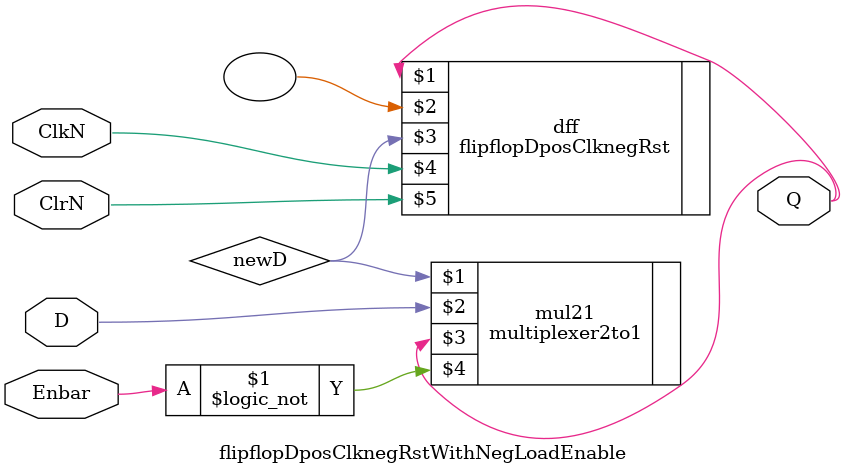
<source format=v>
`ifndef flipflopDposClknegRstWithNegLoadEnable
	`define flipflopDposClknegRstWithNegLoadEnable
	`timescale 1ns / 100ps

	`include "Source_code/multiplexer2to1/multiplexer2to1.v"
	`include "Source_code/flipflopDposClknegRst/flipflopDposClknegRst.v"

	/* 模組名稱：flipflopDposClknegRstWithNegLoadEnable
		著作權宣告：copyright 2012 林博仁(pika1021@gmail.com) */
	module flipflopDposClknegRstWithNegLoadEnable(Q, D, ClkN, ClrN, Enbar);
	//port 輸出輸入宣告
		output Q;
		input D, ClkN, ClrN, Enbar;

	//port 類型宣告
		wire Q, D, ClkN, ClrN, Enbar;

	wire newD;
	multiplexer2to1 mul21(newD, D, Q, !Enbar);
	flipflopDposClknegRst
		dff(Q, , newD, ClkN, ClrN);
	endmodule
`endif
</source>
